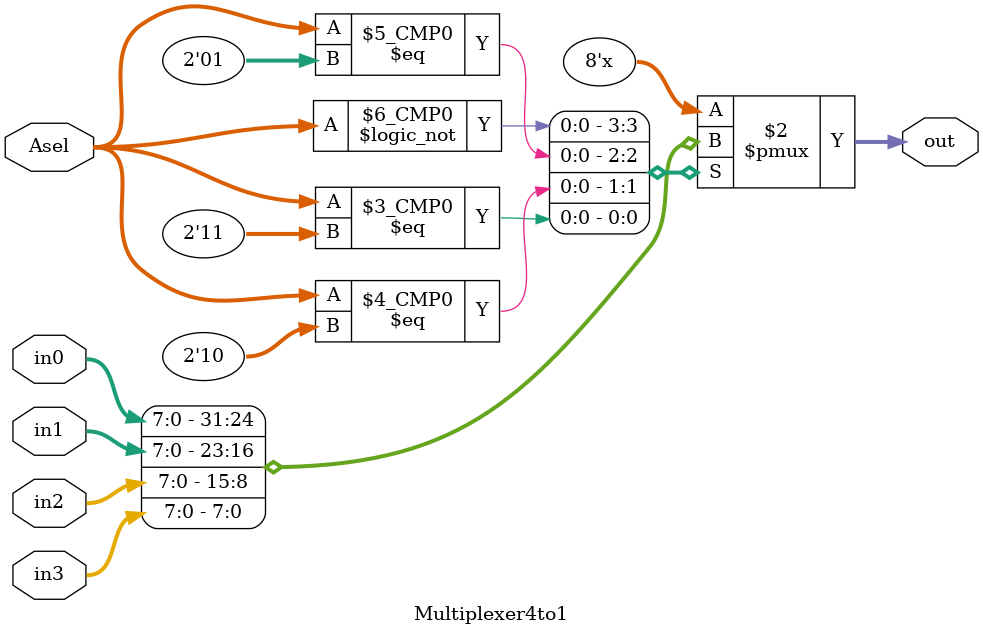
<source format=v>
module Multiplexer4to1(
  input       [7:0]in0,in1,in2,in3,
  input       [1:0]Asel,
  output reg  [7:0]out
  );
  
  always@(in0,in1,in2,in3,Asel)
  begin
    case(Asel)
      2'b00:  out=in0;
      2'b01:  out=in1;
      2'b10:  out=in2;
      2'b11:  out=in3;
      default out=in3;
     endcase
  end
    
  endmodule  
</source>
